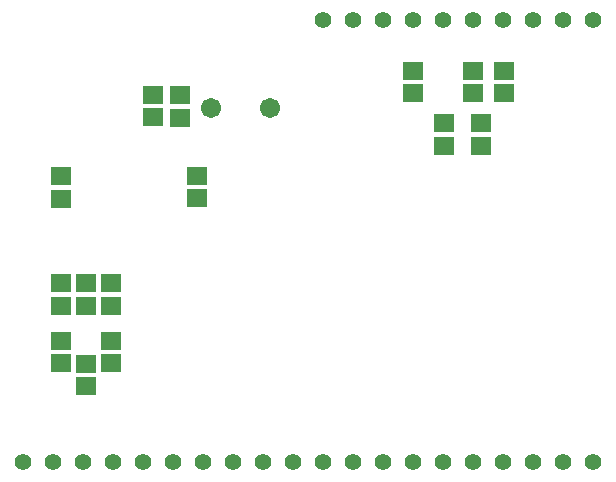
<source format=gbs>
G75*
%MOIN*%
%OFA0B0*%
%FSLAX25Y25*%
%IPPOS*%
%LPD*%
%AMOC8*
5,1,8,0,0,1.08239X$1,22.5*
%
%ADD10C,0.05524*%
%ADD11R,0.06706X0.05918*%
%ADD12C,0.06737*%
D10*
X0008835Y0005050D03*
X0018835Y0005050D03*
X0028835Y0005050D03*
X0038835Y0005050D03*
X0048835Y0005050D03*
X0058835Y0005050D03*
X0068835Y0005050D03*
X0078835Y0005050D03*
X0088835Y0005050D03*
X0098835Y0005050D03*
X0108835Y0005050D03*
X0118835Y0005050D03*
X0128835Y0005050D03*
X0138835Y0005050D03*
X0148835Y0005050D03*
X0158835Y0005050D03*
X0168835Y0005050D03*
X0178835Y0005050D03*
X0188835Y0005050D03*
X0198835Y0005050D03*
X0198835Y0152609D03*
X0188835Y0152609D03*
X0178835Y0152609D03*
X0168835Y0152609D03*
X0158835Y0152609D03*
X0148835Y0152609D03*
X0138835Y0152609D03*
X0128835Y0152609D03*
X0118835Y0152609D03*
X0108835Y0152609D03*
D11*
X0138795Y0135522D03*
X0138795Y0128042D03*
X0149031Y0118003D03*
X0149031Y0110522D03*
X0161630Y0110522D03*
X0161630Y0118003D03*
X0158874Y0128042D03*
X0158874Y0135522D03*
X0169110Y0135522D03*
X0169110Y0128042D03*
X0066925Y0100522D03*
X0066925Y0093042D03*
X0061256Y0119932D03*
X0061256Y0127412D03*
X0052161Y0127491D03*
X0052161Y0120011D03*
X0021433Y0100424D03*
X0021433Y0092944D03*
X0021669Y0064656D03*
X0029898Y0064656D03*
X0038165Y0064656D03*
X0038165Y0057176D03*
X0029898Y0057176D03*
X0021669Y0057176D03*
X0021669Y0045562D03*
X0021669Y0038081D03*
X0029937Y0037885D03*
X0038205Y0038081D03*
X0038205Y0045562D03*
X0029937Y0030404D03*
D12*
X0071650Y0123160D03*
X0091335Y0123160D03*
M02*

</source>
